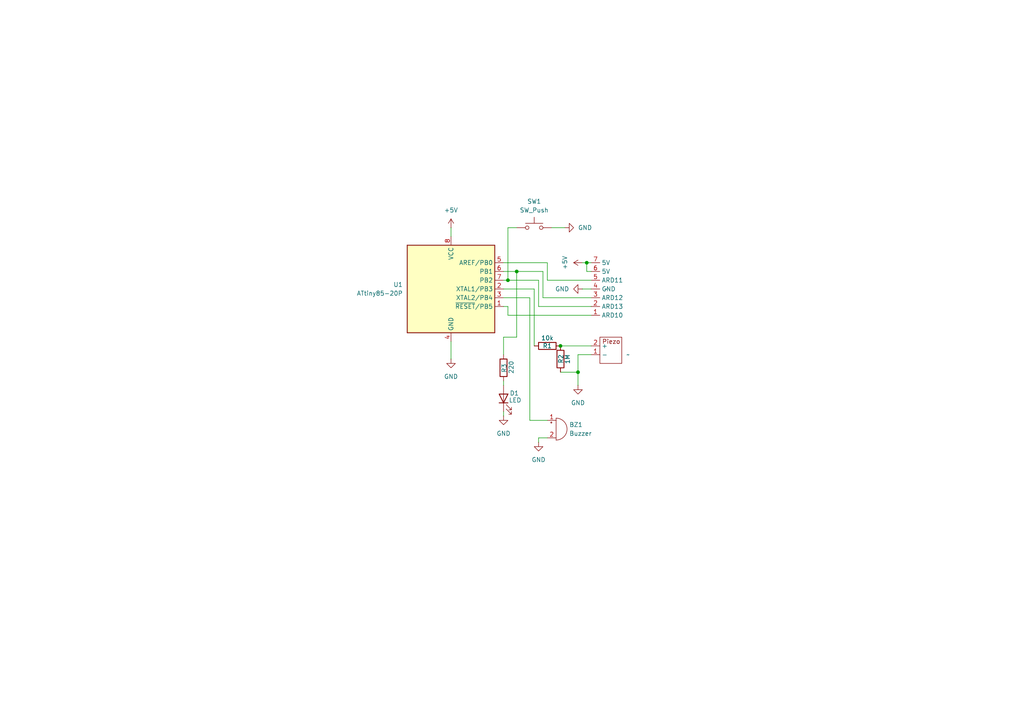
<source format=kicad_sch>
(kicad_sch (version 20231120) (generator "eeschema") (generator_version "8.0")
  (paper "A4")
  (lib_symbols
    (symbol "Device:Buzzer" (pin_names (offset 0.0254) hide)
      (property "Reference" "BZ" (at 3.81 1.27 0))
      (property "Value" "Buzzer" (at 3.81 -1.27 0))
      (symbol "Buzzer_0_1"
        (arc (start 0 -3.175) (mid 3.1612 0) (end 0 3.175))
        (polyline (pts (xy -1.651 1.905) (xy -1.143 1.905)))
        (polyline (pts (xy -1.397 2.159) (xy -1.397 1.651)))
        (polyline (pts (xy 0 3.175) (xy 0 -3.175)))
      )
      (symbol "Buzzer_1_1"
        (pin passive line (at -2.54 2.54 0) (length 2.54) (name "+") (number "1"))
        (pin passive line (at -2.54 -2.54 0) (length 2.54) (name "-") (number "2"))
      )
    )
    (symbol "Device:LED" (pin_numbers hide) (pin_names (offset 1.016) hide)
      (property "Reference" "D" (at 0 2.54 0))
      (property "Value" "LED" (at 0 -2.54 0))
      (symbol "LED_0_1"
        (polyline (pts (xy -1.27 -1.27) (xy -1.27 1.27)) (stroke (width 0.254)))
        (polyline (pts (xy -1.27 0) (xy 1.27 0)))
        (polyline (pts (xy 1.27 -1.27) (xy 1.27 1.27) (xy -1.27 0) (xy 1.27 -1.27)) (stroke (width 0.254)))
        (polyline (pts (xy -3.048 -0.762) (xy -4.572 -2.286) (xy -3.81 -2.286) (xy -4.572 -2.286) (xy -4.572 -1.524)))
        (polyline (pts (xy -1.778 -0.762) (xy -3.302 -2.286) (xy -2.54 -2.286) (xy -3.302 -2.286) (xy -3.302 -1.524)))
      )
      (symbol "LED_1_1"
        (pin passive line (at -3.81 0 0) (length 2.54) (name "K") (number "1"))
        (pin passive line (at 3.81 0 180) (length 2.54) (name "A") (number "2"))
      )
    )
    (symbol "Device:R" (pin_numbers hide) (pin_names (offset 0))
      (property "Reference" "R" (at 2.032 0 90))
      (property "Value" "R" (at 0 0 90))
      (symbol "R_0_1"
        (rectangle (start -1.016 -2.54) (end 1.016 2.54) (stroke (width 0.254)))
      )
      (symbol "R_1_1"
        (pin passive line (at 0 3.81 270) (length 1.27) (name "~") (number "1"))
        (pin passive line (at 0 -3.81 90) (length 1.27) (name "~") (number "2"))
      )
    )
    (symbol "MCU_Microchip_ATtiny:ATtiny85-20P"
      (property "Reference" "U" (at -12.7 13.97 0))
      (property "Value" "ATtiny85-20P" (at 2.54 -13.97 0))
      (symbol "ATtiny85-20P_0_1"
        (rectangle (start -12.7 -12.7) (end 12.7 12.7) (stroke (width 0.254)) (fill (type background)))
      )
      (symbol "ATtiny85-20P_1_1"
        (pin bidirectional line (at 15.24 -5.08 180) (length 2.54) (name "~{RESET}/PB5") (number "1"))
        (pin bidirectional line (at 15.24 0 180) (length 2.54) (name "XTAL1/PB3") (number "2"))
        (pin bidirectional line (at 15.24 -2.54 180) (length 2.54) (name "XTAL2/PB4") (number "3"))
        (pin power_in line (at 0 -15.24 90) (length 2.54) (name "GND") (number "4"))
        (pin bidirectional line (at 15.24 7.62 180) (length 2.54) (name "AREF/PB0") (number "5"))
        (pin bidirectional line (at 15.24 5.08 180) (length 2.54) (name "PB1") (number "6"))
        (pin bidirectional line (at 15.24 2.54 180) (length 2.54) (name "PB2") (number "7"))
        (pin power_in line (at 0 15.24 270) (length 2.54) (name "VCC") (number "8"))
      )
    )
    (symbol "Switch:SW_Push" (pin_numbers hide) (pin_names (offset 1.016) hide)
      (property "Reference" "SW" (at 1.27 2.54 0))
      (property "Value" "SW_Push" (at 0 -1.524 0))
      (symbol "SW_Push_0_1"
        (circle (center -2.032 0) (radius 0.508))
        (polyline (pts (xy 0 1.27) (xy 0 3.048)))
        (polyline (pts (xy 2.54 1.27) (xy -2.54 1.27)))
        (circle (center 2.032 0) (radius 0.508))
        (pin passive line (at -5.08 0 0) (length 2.54) (name "1") (number "1"))
        (pin passive line (at 5.08 0 180) (length 2.54) (name "2") (number "2"))
      )
    )
    (symbol "Symbols:Arduino_connector"
      (symbol "Arduino_connector_1_1"
        (pin input line (at 0 15.24 180) (length 2.54) (name "ARD10") (number "1"))
        (pin input line (at 0 12.7 180) (length 2.54) (name "ARD13") (number "2"))
        (pin input line (at 0 10.16 180) (length 2.54) (name "ARD12") (number "3"))
        (pin input line (at 0 7.62 180) (length 2.54) (name "GND") (number "4"))
        (pin input line (at 0 5.08 180) (length 2.54) (name "ARD11") (number "5"))
        (pin input line (at 0 2.54 180) (length 2.54) (name "5V") (number "6"))
        (pin input line (at 0 0 180) (length 2.54) (name "5V") (number "7"))
      )
    )
    (symbol "Symbols:Piezo"
      (property "Reference" "U" (at 0 0 0))
      (symbol "Piezo_0_1"
        (rectangle (start 0 5.08) (end 6.35 -2.54))
      )
      (symbol "Piezo_1_1"
        (text "Piezo" (at 3.302 3.81 0) (effects (font (size 1.27 1.27))))
        (pin input line (at -2.54 0 0) (length 2.54) (name "-") (number "1"))
        (pin input line (at -2.54 2.54 0) (length 2.54) (name "+") (number "2"))
      )
    )
    (symbol "power:+5V" (power) (pin_numbers hide) (pin_names (offset 0) hide)
      (property "Value" "+5V" (at 0 3.556 0))
      (symbol "+5V_0_1"
        (polyline (pts (xy -0.762 1.27) (xy 0 2.54)))
        (polyline (pts (xy 0 0) (xy 0 2.54)))
        (polyline (pts (xy 0 2.54) (xy 0.762 1.27)))
      )
      (symbol "+5V_1_1"
        (pin power_in line (at 0 0 90) (length 0) (name "~") (number "1"))
      )
    )
    (symbol "power:GND" (power) (pin_numbers hide) (pin_names (offset 0) hide)
      (property "Value" "GND" (at 0 -3.81 0))
      (symbol "GND_0_1"
        (polyline (pts (xy 0 0) (xy 0 -1.27) (xy 1.27 -1.27) (xy 0 -2.54) (xy -1.27 -1.27) (xy 0 -1.27)))
      )
      (symbol "GND_1_1"
        (pin power_in line (at 0 0 270) (length 0) (name "~") (number "1"))
      )
    )
  )
  (junction (at 149.86 78.74))
  (junction (at 170.18 76.2))
  (junction (at 162.56 100.33))
  (junction (at 167.64 107.95))
  (junction (at 147.32 81.28))
  (wire (pts (xy 158.75 76.2) (xy 158.75 81.28)))
  (wire (pts (xy 146.05 97.79) (xy 146.05 102.87)))
  (wire (pts (xy 130.81 99.06) (xy 130.81 104.14)))
  (wire (pts (xy 162.56 107.95) (xy 167.64 107.95)))
  (wire (pts (xy 162.56 100.33) (xy 171.45 100.33)))
  (wire (pts (xy 147.32 88.9) (xy 147.32 91.44)))
  (wire (pts (xy 167.64 102.87) (xy 171.45 102.87)))
  (wire (pts (xy 147.32 66.04) (xy 149.86 66.04)))
  (wire (pts (xy 146.05 119.38) (xy 146.05 120.65)))
  (wire (pts (xy 153.67 121.92) (xy 158.75 121.92)))
  (wire (pts (xy 147.32 91.44) (xy 171.45 91.44)))
  (wire (pts (xy 146.05 78.74) (xy 149.86 78.74)))
  (wire (pts (xy 171.45 78.74) (xy 170.18 78.74)))
  (wire (pts (xy 156.21 88.9) (xy 171.45 88.9)))
  (wire (pts (xy 146.05 86.36) (xy 153.67 86.36)))
  (wire (pts (xy 146.05 76.2) (xy 158.75 76.2)))
  (wire (pts (xy 157.48 86.36) (xy 171.45 86.36)))
  (wire (pts (xy 146.05 81.28) (xy 147.32 81.28)))
  (wire (pts (xy 149.86 78.74) (xy 157.48 78.74)))
  (wire (pts (xy 168.91 83.82) (xy 171.45 83.82)))
  (wire (pts (xy 156.21 128.27) (xy 156.21 127)))
  (wire (pts (xy 149.86 97.79) (xy 146.05 97.79)))
  (wire (pts (xy 153.67 86.36) (xy 153.67 121.92)))
  (wire (pts (xy 130.81 66.04) (xy 130.81 68.58)))
  (wire (pts (xy 168.91 76.2) (xy 170.18 76.2)))
  (wire (pts (xy 147.32 81.28) (xy 156.21 81.28)))
  (wire (pts (xy 146.05 110.49) (xy 146.05 111.76)))
  (wire (pts (xy 146.05 88.9) (xy 147.32 88.9)))
  (wire (pts (xy 156.21 127) (xy 158.75 127)))
  (wire (pts (xy 167.64 107.95) (xy 167.64 102.87)))
  (wire (pts (xy 160.02 66.04) (xy 163.83 66.04)))
  (wire (pts (xy 146.05 83.82) (xy 154.94 83.82)))
  (wire (pts (xy 149.86 78.74) (xy 149.86 97.79)))
  (wire (pts (xy 170.18 76.2) (xy 171.45 76.2)))
  (wire (pts (xy 158.75 81.28) (xy 171.45 81.28)))
  (wire (pts (xy 147.32 66.04) (xy 147.32 81.28)))
  (wire (pts (xy 167.64 111.76) (xy 167.64 107.95)))
  (wire (pts (xy 157.48 78.74) (xy 157.48 86.36)))
  (wire (pts (xy 170.18 78.74) (xy 170.18 76.2)))
  (wire (pts (xy 154.94 83.82) (xy 154.94 100.33)))
  (wire (pts (xy 156.21 81.28) (xy 156.21 88.9)))
  (symbol (lib_id "Symbols:Arduino_connector") (at 171.45 76.2 180) (unit 1)
    (property "Reference" "U2" (effects (hide yes)))
    (property "Value" "~" (at 175.26 83.82 0) (effects (justify right)))
    (property "Footprint" "Library:Arduino_connector" (effects (hide yes)))
  )
  (symbol (lib_id "power:GND") (at 130.81 104.14 0) (unit 1)
    (property "Reference" "#PWR01" (effects (hide yes)))
    (property "Value" "GND" (at 130.81 109.22 0))
    (property "Description" "Power symbol creates a global label with name \"GND\" , ground" (effects (hide yes)))
  )
  (symbol (lib_id "power:+5V") (at 130.81 66.04 0) (mirror y) (unit 1)
    (property "Reference" "#PWR02" (effects (hide yes)))
    (property "Value" "+5V" (at 130.81 60.96 0))
    (property "Description" "Power symbol creates a global label with name \"+5V\"" (effects (hide yes)))
  )
  (symbol (lib_id "power:GND") (at 146.05 120.65 0) (unit 1)
    (property "Reference" "#PWR07" (effects (hide yes)))
    (property "Value" "GND" (at 146.05 125.73 0))
    (property "Description" "Power symbol creates a global label with name \"GND\" , ground" (effects (hide yes)))
  )
  (symbol (lib_id "power:GND") (at 168.91 83.82 270) (unit 1)
    (property "Reference" "#PWR04" (effects (hide yes)))
    (property "Value" "GND" (at 165.1 83.8199 90) (effects (justify right)))
    (property "Description" "Power symbol creates a global label with name \"GND\" , ground" (effects (hide yes)))
  )
  (symbol (lib_id "Device:LED") (at 146.05 115.57 90) (unit 1)
    (property "Reference" "D1" (at 147.828 114.046 90) (effects (justify right)))
    (property "Value" "LED" (at 147.574 116.078 90) (effects (justify right)))
    (property "Footprint" "LED_THT:LED_D5.0mm" (effects (hide yes)))
    (property "Description" "Light emitting diode" (effects (hide yes)))
  )
  (symbol (lib_id "power:GND") (at 163.83 66.04 90) (unit 1)
    (property "Reference" "#PWR08" (effects (hide yes)))
    (property "Value" "GND" (at 167.64 66.0399 90) (effects (justify right)))
    (property "Description" "Power symbol creates a global label with name \"GND\" , ground" (effects (hide yes)))
  )
  (symbol (lib_id "MCU_Microchip_ATtiny:ATtiny85-20P") (at 130.81 83.82 0) (unit 1)
    (property "Reference" "U1" (at 116.84 82.5499 0) (effects (justify right)))
    (property "Value" "ATtiny85-20P" (at 116.84 85.0899 0) (effects (justify right)))
    (property "Footprint" "Package_DIP:DIP-8_W7.62mm" (effects (hide yes)))
    (property "Datasheet" "http://ww1.microchip.com/downloads/en/DeviceDoc/atmel-2586-avr-8-bit-microcontroller-attiny25-attiny45-attiny85_datasheet.pdf" (effects (hide yes)))
    (property "Description" "20MHz, 8kB Flash, 512B SRAM, 512B EEPROM, debugWIRE, DIP-8" (effects (hide yes)))
  )
  (symbol (lib_id "Symbols:Piezo") (at 173.99 102.87 0) (unit 1)
    (property "Reference" "U3" (effects (hide yes)))
    (property "Value" "~" (at 181.61 102.87 0) (effects (justify left)))
    (property "Footprint" "Library:Piezo" (effects (hide yes)))
  )
  (symbol (lib_id "Device:R") (at 146.05 106.68 0) (unit 1)
    (property "Reference" "R3" (at 146.2209 108.1438 90) (effects (justify left)))
    (property "Value" "220" (at 148.2908 108.4521 90) (effects (justify left)))
    (property "Footprint" "Resistor_THT:R_Axial_DIN0207_L6.3mm_D2.5mm_P10.16mm_Horizontal" (effects (hide yes)))
    (property "Description" "Resistor" (effects (hide yes)))
  )
  (symbol (lib_id "power:GND") (at 167.64 111.76 0) (unit 1)
    (property "Reference" "#PWR05" (effects (hide yes)))
    (property "Value" "GND" (at 167.64 116.84 0))
    (property "Description" "Power symbol creates a global label with name \"GND\" , ground" (effects (hide yes)))
  )
  (symbol (lib_id "power:GND") (at 156.21 128.27 0) (unit 1)
    (property "Reference" "#PWR06" (effects (hide yes)))
    (property "Value" "GND" (at 156.21 133.35 0))
    (property "Description" "Power symbol creates a global label with name \"GND\" , ground" (effects (hide yes)))
  )
  (symbol (lib_id "Device:R") (at 158.75 100.33 90) (unit 1)
    (property "Reference" "R1" (at 158.75 100.33 90))
    (property "Value" "10k" (at 158.75 98.044 90))
    (property "Footprint" "Resistor_THT:R_Axial_DIN0207_L6.3mm_D2.5mm_P10.16mm_Horizontal" (effects (hide yes)))
    (property "Description" "Resistor" (effects (hide yes)))
  )
  (symbol (lib_id "Switch:SW_Push") (at 154.94 66.04 0) (unit 1)
    (property "Reference" "SW1" (at 154.94 58.42 0))
    (property "Value" "SW_Push" (at 154.94 60.96 0))
    (property "Footprint" "Button_Switch_THT:SW_PUSH_6mm" (effects (hide yes)))
    (property "Description" "Push button switch, generic, two pins" (effects (hide yes)))
  )
  (symbol (lib_id "Device:Buzzer") (at 161.29 124.46 0) (unit 1)
    (property "Reference" "BZ1" (at 165.1 123.1899 0) (effects (justify left)))
    (property "Value" "Buzzer" (at 165.1 125.7299 0) (effects (justify left)))
    (property "Footprint" "Buzzer_Beeper:Buzzer_15x7.5RM7.6" (effects (hide yes)))
    (property "Description" "Buzzer, polarized" (effects (hide yes)))
  )
  (symbol (lib_id "power:+5V") (at 168.91 76.2 90) (mirror x) (unit 1)
    (property "Reference" "#PWR03" (effects (hide yes)))
    (property "Value" "+5V" (at 163.83 76.2 0))
    (property "Description" "Power symbol creates a global label with name \"+5V\"" (effects (hide yes)))
  )
  (symbol (lib_id "Device:R") (at 162.56 104.14 180) (unit 1)
    (property "Reference" "R2" (at 162.6854 105.4596 90) (effects (justify right)))
    (property "Value" "1M" (at 164.5938 105.6064 90) (effects (justify right)))
    (property "Footprint" "Resistor_THT:R_Axial_DIN0207_L6.3mm_D2.5mm_P10.16mm_Horizontal" (effects (hide yes)))
    (property "Description" "Resistor" (effects (hide yes)))
  )
)
</source>
